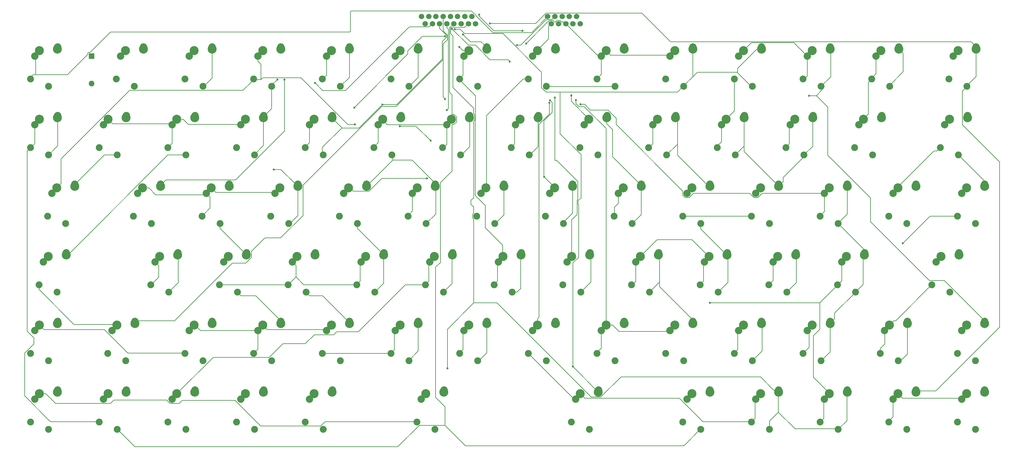
<source format=gbr>
G04 #@! TF.GenerationSoftware,KiCad,Pcbnew,8.0.4*
G04 #@! TF.CreationDate,2024-08-17T17:13:41-05:00*
G04 #@! TF.ProjectId,qwerty,71776572-7479-42e6-9b69-6361645f7063,C*
G04 #@! TF.SameCoordinates,Original*
G04 #@! TF.FileFunction,Copper,L1,Top*
G04 #@! TF.FilePolarity,Positive*
%FSLAX46Y46*%
G04 Gerber Fmt 4.6, Leading zero omitted, Abs format (unit mm)*
G04 Created by KiCad (PCBNEW 8.0.4) date 2024-08-17 17:13:41*
%MOMM*%
%LPD*%
G01*
G04 APERTURE LIST*
G04 #@! TA.AperFunction,ComponentPad*
%ADD10R,1.600000X1.600000*%
G04 #@! TD*
G04 #@! TA.AperFunction,ComponentPad*
%ADD11O,1.600000X1.600000*%
G04 #@! TD*
G04 #@! TA.AperFunction,ComponentPad*
%ADD12C,1.900000*%
G04 #@! TD*
G04 #@! TA.AperFunction,ComponentPad*
%ADD13C,2.500000*%
G04 #@! TD*
G04 #@! TA.AperFunction,ComponentPad*
%ADD14C,2.032000*%
G04 #@! TD*
G04 #@! TA.AperFunction,ComponentPad*
%ADD15C,1.500000*%
G04 #@! TD*
G04 #@! TA.AperFunction,ComponentPad*
%ADD16C,1.524000*%
G04 #@! TD*
G04 #@! TA.AperFunction,ViaPad*
%ADD17C,0.600000*%
G04 #@! TD*
G04 #@! TA.AperFunction,Conductor*
%ADD18C,0.140000*%
G04 #@! TD*
G04 APERTURE END LIST*
D10*
X98000000Y-85500000D03*
D11*
X98000000Y-93120000D03*
D12*
X157462500Y-151075000D03*
D13*
X159962500Y-140675000D03*
D14*
X160002500Y-140095000D03*
D12*
X152462500Y-148975000D03*
D14*
X153652500Y-142635000D03*
D13*
X154962500Y-141175000D03*
D12*
X205087500Y-170125000D03*
D13*
X207587500Y-159725000D03*
D14*
X207627500Y-159145000D03*
D12*
X200087500Y-168025000D03*
D14*
X201277500Y-161685000D03*
D13*
X202587500Y-160225000D03*
D12*
X338437500Y-112975000D03*
D13*
X340937500Y-102575000D03*
D14*
X340977500Y-101995000D03*
D12*
X333437500Y-110875000D03*
D14*
X334627500Y-104535000D03*
D13*
X335937500Y-103075000D03*
D12*
X343200000Y-132025000D03*
D13*
X345700000Y-121625000D03*
D14*
X345740000Y-121045000D03*
D12*
X338200000Y-129925000D03*
D14*
X339390000Y-123585000D03*
D13*
X340700000Y-122125000D03*
D12*
X166987500Y-170125000D03*
D13*
X169487500Y-159725000D03*
D14*
X169527500Y-159145000D03*
D12*
X161987500Y-168025000D03*
D14*
X163177500Y-161685000D03*
D13*
X164487500Y-160225000D03*
D12*
X88406250Y-151075000D03*
D13*
X90906250Y-140675000D03*
D14*
X90946250Y-140095000D03*
D12*
X83406250Y-148975000D03*
D14*
X84596250Y-142635000D03*
D13*
X85906250Y-141175000D03*
D12*
X324150000Y-132025000D03*
D13*
X326650000Y-121625000D03*
D14*
X326690000Y-121045000D03*
D12*
X319150000Y-129925000D03*
D14*
X320340000Y-123585000D03*
D13*
X321650000Y-122125000D03*
D12*
X300337500Y-93925000D03*
D13*
X302837500Y-83525000D03*
D14*
X302877500Y-82945000D03*
D12*
X295337500Y-91825000D03*
D14*
X296527500Y-85485000D03*
D13*
X297837500Y-84025000D03*
D12*
X176512500Y-151075000D03*
D13*
X179012500Y-140675000D03*
D14*
X179052500Y-140095000D03*
D12*
X171512500Y-148975000D03*
D14*
X172702500Y-142635000D03*
D13*
X174012500Y-141175000D03*
D12*
X262237500Y-170125000D03*
D13*
X264737500Y-159725000D03*
D14*
X264777500Y-159145000D03*
D12*
X257237500Y-168025000D03*
D14*
X258427500Y-161685000D03*
D13*
X259737500Y-160225000D03*
D12*
X86025000Y-189175000D03*
D13*
X88525000Y-178775000D03*
D14*
X88565000Y-178195000D03*
D12*
X81025000Y-187075000D03*
D14*
X82215000Y-180735000D03*
D13*
X83525000Y-179275000D03*
D12*
X319387500Y-93925000D03*
D13*
X321887500Y-83525000D03*
D14*
X321927500Y-82945000D03*
D12*
X314387500Y-91825000D03*
D14*
X315577500Y-85485000D03*
D13*
X316887500Y-84025000D03*
D12*
X305100000Y-189175000D03*
D13*
X307600000Y-178775000D03*
D14*
X307640000Y-178195000D03*
D12*
X300100000Y-187075000D03*
D14*
X301290000Y-180735000D03*
D13*
X302600000Y-179275000D03*
D12*
X152700000Y-132025000D03*
D13*
X155200000Y-121625000D03*
D14*
X155240000Y-121045000D03*
D12*
X147700000Y-129925000D03*
D14*
X148890000Y-123585000D03*
D13*
X150200000Y-122125000D03*
D12*
X238425000Y-112975000D03*
D13*
X240925000Y-102575000D03*
D14*
X240965000Y-101995000D03*
D12*
X233425000Y-110875000D03*
D14*
X234615000Y-104535000D03*
D13*
X235925000Y-103075000D03*
D12*
X162225000Y-189175000D03*
D13*
X164725000Y-178775000D03*
D14*
X164765000Y-178195000D03*
D12*
X157225000Y-187075000D03*
D14*
X158415000Y-180735000D03*
D13*
X159725000Y-179275000D03*
D12*
X336056250Y-151075000D03*
D13*
X338556250Y-140675000D03*
D14*
X338596250Y-140095000D03*
D12*
X331056250Y-148975000D03*
D14*
X332246250Y-142635000D03*
D13*
X333556250Y-141175000D03*
D12*
X314625000Y-112975000D03*
D13*
X317125000Y-102575000D03*
D14*
X317165000Y-101995000D03*
D12*
X309625000Y-110875000D03*
D14*
X310815000Y-104535000D03*
D13*
X312125000Y-103075000D03*
D12*
X343200000Y-170125000D03*
D13*
X345700000Y-159725000D03*
D14*
X345740000Y-159145000D03*
D12*
X338200000Y-168025000D03*
D14*
X339390000Y-161685000D03*
D13*
X340700000Y-160225000D03*
D12*
X124125000Y-189175000D03*
D13*
X126625000Y-178775000D03*
D14*
X126665000Y-178195000D03*
D12*
X119125000Y-187075000D03*
D14*
X120315000Y-180735000D03*
D13*
X121625000Y-179275000D03*
D12*
X252712500Y-151075000D03*
D13*
X255212500Y-140675000D03*
D14*
X255252500Y-140095000D03*
D12*
X247712500Y-148975000D03*
D14*
X248902500Y-142635000D03*
D13*
X250212500Y-141175000D03*
D12*
X162225000Y-112975000D03*
D13*
X164725000Y-102575000D03*
D14*
X164765000Y-101995000D03*
D12*
X157225000Y-110875000D03*
D14*
X158415000Y-104535000D03*
D13*
X159725000Y-103075000D03*
D12*
X128887500Y-93925000D03*
D13*
X131387500Y-83525000D03*
D14*
X131427500Y-82945000D03*
D12*
X123887500Y-91825000D03*
D14*
X125077500Y-85485000D03*
D13*
X126387500Y-84025000D03*
D12*
X147937500Y-93925000D03*
D13*
X150437500Y-83525000D03*
D14*
X150477500Y-82945000D03*
D12*
X142937500Y-91825000D03*
D14*
X144127500Y-85485000D03*
D13*
X145437500Y-84025000D03*
D12*
X166987500Y-93925000D03*
D13*
X169487500Y-83525000D03*
D14*
X169527500Y-82945000D03*
D12*
X161987500Y-91825000D03*
D14*
X163177500Y-85485000D03*
D13*
X164487500Y-84025000D03*
D12*
X186037500Y-93925000D03*
D13*
X188537500Y-83525000D03*
D14*
X188577500Y-82945000D03*
D12*
X181037500Y-91825000D03*
D14*
X182227500Y-85485000D03*
D13*
X183537500Y-84025000D03*
D12*
X205087500Y-93925000D03*
D13*
X207587500Y-83525000D03*
D14*
X207627500Y-82945000D03*
D12*
X200087500Y-91825000D03*
D14*
X201277500Y-85485000D03*
D13*
X202587500Y-84025000D03*
D12*
X224137500Y-93925000D03*
D13*
X226637500Y-83525000D03*
D14*
X226677500Y-82945000D03*
D12*
X219137500Y-91825000D03*
D14*
X220327500Y-85485000D03*
D13*
X221637500Y-84025000D03*
D12*
X243187500Y-93925000D03*
D13*
X245687500Y-83525000D03*
D14*
X245727500Y-82945000D03*
D12*
X238187500Y-91825000D03*
D14*
X239377500Y-85485000D03*
D13*
X240687500Y-84025000D03*
D12*
X86025000Y-170125000D03*
D13*
X88525000Y-159725000D03*
D14*
X88565000Y-159145000D03*
D12*
X81025000Y-168025000D03*
D14*
X82215000Y-161685000D03*
D13*
X83525000Y-160225000D03*
D12*
X119362500Y-151075000D03*
D13*
X121862500Y-140675000D03*
D14*
X121902500Y-140095000D03*
D12*
X114362500Y-148975000D03*
D14*
X115552500Y-142635000D03*
D13*
X116862500Y-141175000D03*
D12*
X109837500Y-93925000D03*
D13*
X112337500Y-83525000D03*
D14*
X112377500Y-82945000D03*
D12*
X104837500Y-91825000D03*
D14*
X106027500Y-85485000D03*
D13*
X107337500Y-84025000D03*
D12*
X195562500Y-151075000D03*
D13*
X198062500Y-140675000D03*
D14*
X198102500Y-140095000D03*
D12*
X190562500Y-148975000D03*
D14*
X191752500Y-142635000D03*
D13*
X193062500Y-141175000D03*
D12*
X86025000Y-112975000D03*
D13*
X88525000Y-102575000D03*
D14*
X88565000Y-101995000D03*
D12*
X81025000Y-110875000D03*
D14*
X82215000Y-104535000D03*
D13*
X83525000Y-103075000D03*
D12*
X214612500Y-151075000D03*
D13*
X217112500Y-140675000D03*
D14*
X217152500Y-140095000D03*
D12*
X209612500Y-148975000D03*
D14*
X210802500Y-142635000D03*
D13*
X212112500Y-141175000D03*
D12*
X143175000Y-189175000D03*
D13*
X145675000Y-178775000D03*
D14*
X145715000Y-178195000D03*
D12*
X138175000Y-187075000D03*
D14*
X139365000Y-180735000D03*
D13*
X140675000Y-179275000D03*
D12*
X295575000Y-112975000D03*
D13*
X298075000Y-102575000D03*
D14*
X298115000Y-101995000D03*
D12*
X290575000Y-110875000D03*
D14*
X291765000Y-104535000D03*
D13*
X293075000Y-103075000D03*
D12*
X247950000Y-132025000D03*
D13*
X250450000Y-121625000D03*
D14*
X250490000Y-121045000D03*
D12*
X242950000Y-129925000D03*
D14*
X244140000Y-123585000D03*
D13*
X245450000Y-122125000D03*
D12*
X233662500Y-151075000D03*
D13*
X236162500Y-140675000D03*
D14*
X236202500Y-140095000D03*
D12*
X228662500Y-148975000D03*
D14*
X229852500Y-142635000D03*
D13*
X231162500Y-141175000D03*
D12*
X181275000Y-112975000D03*
D13*
X183775000Y-102575000D03*
D14*
X183815000Y-101995000D03*
D12*
X176275000Y-110875000D03*
D14*
X177465000Y-104535000D03*
D13*
X178775000Y-103075000D03*
D12*
X309862500Y-151075000D03*
D13*
X312362500Y-140675000D03*
D14*
X312402500Y-140095000D03*
D12*
X304862500Y-148975000D03*
D14*
X306052500Y-142635000D03*
D13*
X307362500Y-141175000D03*
D12*
X86025000Y-93925000D03*
D13*
X88525000Y-83525000D03*
D14*
X88565000Y-82945000D03*
D12*
X81025000Y-91825000D03*
D14*
X82215000Y-85485000D03*
D13*
X83525000Y-84025000D03*
D12*
X286050000Y-189175000D03*
D13*
X288550000Y-178775000D03*
D14*
X288590000Y-178195000D03*
D12*
X281050000Y-187075000D03*
D14*
X282240000Y-180735000D03*
D13*
X283550000Y-179275000D03*
D12*
X105075000Y-189175000D03*
D13*
X107575000Y-178775000D03*
D14*
X107615000Y-178195000D03*
D12*
X100075000Y-187075000D03*
D14*
X101265000Y-180735000D03*
D13*
X102575000Y-179275000D03*
D12*
X107456250Y-170125000D03*
D13*
X109956250Y-159725000D03*
D14*
X109996250Y-159145000D03*
D12*
X102456250Y-168025000D03*
D14*
X103646250Y-161685000D03*
D13*
X104956250Y-160225000D03*
D12*
X193181250Y-189175000D03*
D13*
X195681250Y-178775000D03*
D14*
X195721250Y-178195000D03*
D12*
X188181250Y-187075000D03*
D14*
X189371250Y-180735000D03*
D13*
X190681250Y-179275000D03*
D12*
X243187500Y-170125000D03*
D13*
X245687500Y-159725000D03*
D14*
X245727500Y-159145000D03*
D12*
X238187500Y-168025000D03*
D14*
X239377500Y-161685000D03*
D13*
X240687500Y-160225000D03*
D12*
X224137500Y-170125000D03*
D13*
X226637500Y-159725000D03*
D14*
X226677500Y-159145000D03*
D12*
X219137500Y-168025000D03*
D14*
X220327500Y-161685000D03*
D13*
X221637500Y-160225000D03*
D12*
X257475000Y-112975000D03*
D13*
X259975000Y-102575000D03*
D14*
X260015000Y-101995000D03*
D12*
X252475000Y-110875000D03*
D14*
X253665000Y-104535000D03*
D13*
X254975000Y-103075000D03*
D12*
X267000000Y-132025000D03*
D13*
X269500000Y-121625000D03*
D14*
X269540000Y-121045000D03*
D12*
X262000000Y-129925000D03*
D14*
X263190000Y-123585000D03*
D13*
X264500000Y-122125000D03*
D12*
X236043750Y-189175000D03*
D13*
X238543750Y-178775000D03*
D14*
X238583750Y-178195000D03*
D12*
X231043750Y-187075000D03*
D14*
X232233750Y-180735000D03*
D13*
X233543750Y-179275000D03*
D12*
X290812500Y-151075000D03*
D13*
X293312500Y-140675000D03*
D14*
X293352500Y-140095000D03*
D12*
X285812500Y-148975000D03*
D14*
X287002500Y-142635000D03*
D13*
X288312500Y-141175000D03*
D12*
X105075000Y-112975000D03*
D13*
X107575000Y-102575000D03*
D14*
X107615000Y-101995000D03*
D12*
X100075000Y-110875000D03*
D14*
X101265000Y-104535000D03*
D13*
X102575000Y-103075000D03*
D12*
X286050000Y-132025000D03*
D13*
X288550000Y-121625000D03*
D14*
X288590000Y-121045000D03*
D12*
X281050000Y-129925000D03*
D14*
X282240000Y-123585000D03*
D13*
X283550000Y-122125000D03*
D12*
X281287500Y-170125000D03*
D13*
X283787500Y-159725000D03*
D14*
X283827500Y-159145000D03*
D12*
X276287500Y-168025000D03*
D14*
X277477500Y-161685000D03*
D13*
X278787500Y-160225000D03*
D12*
X262237500Y-93925000D03*
D13*
X264737500Y-83525000D03*
D14*
X264777500Y-82945000D03*
D12*
X257237500Y-91825000D03*
D14*
X258427500Y-85485000D03*
D13*
X259737500Y-84025000D03*
D12*
X114600000Y-132025000D03*
D13*
X117100000Y-121625000D03*
D14*
X117140000Y-121045000D03*
D12*
X109600000Y-129925000D03*
D14*
X110790000Y-123585000D03*
D13*
X112100000Y-122125000D03*
D12*
X171750000Y-132025000D03*
D13*
X174250000Y-121625000D03*
D14*
X174290000Y-121045000D03*
D12*
X166750000Y-129925000D03*
D14*
X167940000Y-123585000D03*
D13*
X169250000Y-122125000D03*
D12*
X343200000Y-189175000D03*
D13*
X345700000Y-178775000D03*
D14*
X345740000Y-178195000D03*
D12*
X338200000Y-187075000D03*
D14*
X339390000Y-180735000D03*
D13*
X340700000Y-179275000D03*
D12*
X267000000Y-189175000D03*
D13*
X269500000Y-178775000D03*
D14*
X269540000Y-178195000D03*
D12*
X262000000Y-187075000D03*
D14*
X263190000Y-180735000D03*
D13*
X264500000Y-179275000D03*
D12*
X305100000Y-132025000D03*
D13*
X307600000Y-121625000D03*
D14*
X307640000Y-121045000D03*
D12*
X300100000Y-129925000D03*
D14*
X301290000Y-123585000D03*
D13*
X302600000Y-122125000D03*
D12*
X90787500Y-132025000D03*
D13*
X93287500Y-121625000D03*
D14*
X93327500Y-121045000D03*
D12*
X85787500Y-129925000D03*
D14*
X86977500Y-123585000D03*
D13*
X88287500Y-122125000D03*
D12*
X138412500Y-151075000D03*
D13*
X140912500Y-140675000D03*
D14*
X140952500Y-140095000D03*
D12*
X133412500Y-148975000D03*
D14*
X134602500Y-142635000D03*
D13*
X135912500Y-141175000D03*
D12*
X340818750Y-93925000D03*
D13*
X343318750Y-83525000D03*
D14*
X343358750Y-82945000D03*
D12*
X335818750Y-91825000D03*
D14*
X337008750Y-85485000D03*
D13*
X338318750Y-84025000D03*
D12*
X219375000Y-112975000D03*
D13*
X221875000Y-102575000D03*
D14*
X221915000Y-101995000D03*
D12*
X214375000Y-110875000D03*
D14*
X215565000Y-104535000D03*
D13*
X216875000Y-103075000D03*
D12*
X200325000Y-112975000D03*
D13*
X202825000Y-102575000D03*
D14*
X202865000Y-101995000D03*
D12*
X195325000Y-110875000D03*
D14*
X196515000Y-104535000D03*
D13*
X197825000Y-103075000D03*
D12*
X300337500Y-170125000D03*
D13*
X302837500Y-159725000D03*
D14*
X302877500Y-159145000D03*
D12*
X295337500Y-168025000D03*
D14*
X296527500Y-161685000D03*
D13*
X297837500Y-160225000D03*
D12*
X281287500Y-93925000D03*
D13*
X283787500Y-83525000D03*
D14*
X283827500Y-82945000D03*
D12*
X276287500Y-91825000D03*
D14*
X277477500Y-85485000D03*
D13*
X278787500Y-84025000D03*
D12*
X190800000Y-132025000D03*
D13*
X193300000Y-121625000D03*
D14*
X193340000Y-121045000D03*
D12*
X185800000Y-129925000D03*
D14*
X186990000Y-123585000D03*
D13*
X188300000Y-122125000D03*
D12*
X321768750Y-170125000D03*
D13*
X324268750Y-159725000D03*
D14*
X324308750Y-159145000D03*
D12*
X316768750Y-168025000D03*
D14*
X317958750Y-161685000D03*
D13*
X319268750Y-160225000D03*
D12*
X143175000Y-112975000D03*
D13*
X145675000Y-102575000D03*
D14*
X145715000Y-101995000D03*
D12*
X138175000Y-110875000D03*
D14*
X139365000Y-104535000D03*
D13*
X140675000Y-103075000D03*
D12*
X124125000Y-112975000D03*
D13*
X126625000Y-102575000D03*
D14*
X126665000Y-101995000D03*
D12*
X119125000Y-110875000D03*
D14*
X120315000Y-104535000D03*
D13*
X121625000Y-103075000D03*
D12*
X228900000Y-132025000D03*
D13*
X231400000Y-121625000D03*
D14*
X231440000Y-121045000D03*
D12*
X223900000Y-129925000D03*
D14*
X225090000Y-123585000D03*
D13*
X226400000Y-122125000D03*
D12*
X324150000Y-189175000D03*
D13*
X326650000Y-178775000D03*
D14*
X326690000Y-178195000D03*
D12*
X319150000Y-187075000D03*
D14*
X320340000Y-180735000D03*
D13*
X321650000Y-179275000D03*
D12*
X186037500Y-170125000D03*
D13*
X188537500Y-159725000D03*
D14*
X188577500Y-159145000D03*
D12*
X181037500Y-168025000D03*
D14*
X182227500Y-161685000D03*
D13*
X183537500Y-160225000D03*
D12*
X133650000Y-132025000D03*
D13*
X136150000Y-121625000D03*
D14*
X136190000Y-121045000D03*
D12*
X128650000Y-129925000D03*
D14*
X129840000Y-123585000D03*
D13*
X131150000Y-122125000D03*
D12*
X147937500Y-170125000D03*
D13*
X150437500Y-159725000D03*
D14*
X150477500Y-159145000D03*
D12*
X142937500Y-168025000D03*
D14*
X144127500Y-161685000D03*
D13*
X145437500Y-160225000D03*
D12*
X209850000Y-132025000D03*
D13*
X212350000Y-121625000D03*
D14*
X212390000Y-121045000D03*
D12*
X204850000Y-129925000D03*
D14*
X206040000Y-123585000D03*
D13*
X207350000Y-122125000D03*
D12*
X128887500Y-170125000D03*
D13*
X131387500Y-159725000D03*
D14*
X131427500Y-159145000D03*
D12*
X123887500Y-168025000D03*
D14*
X125077500Y-161685000D03*
D13*
X126387500Y-160225000D03*
D12*
X276525000Y-112975000D03*
D13*
X279025000Y-102575000D03*
D14*
X279065000Y-101995000D03*
D12*
X271525000Y-110875000D03*
D14*
X272715000Y-104535000D03*
D13*
X274025000Y-103075000D03*
D12*
X271762500Y-151075000D03*
D13*
X274262500Y-140675000D03*
D14*
X274302500Y-140095000D03*
D12*
X266762500Y-148975000D03*
D14*
X267952500Y-142635000D03*
D13*
X269262500Y-141175000D03*
D15*
X189500000Y-74500000D03*
X190500000Y-76500000D03*
X191500000Y-74500000D03*
X192500000Y-76500000D03*
X193500000Y-74500000D03*
X194500000Y-76500000D03*
X195500000Y-74500000D03*
X196500000Y-76500000D03*
X197500000Y-74500000D03*
X198500000Y-76500000D03*
X199500000Y-74500000D03*
X200500000Y-76500000D03*
X201500000Y-74500000D03*
X202500000Y-76500000D03*
X203500000Y-74500000D03*
X204500000Y-76500000D03*
D16*
X224500000Y-74500000D03*
D15*
X225500000Y-76500000D03*
X226500000Y-74500000D03*
X227500000Y-76500000D03*
X228500000Y-74500000D03*
X229500000Y-76500000D03*
X230500000Y-74500000D03*
X231500000Y-76500000D03*
X232500000Y-74500000D03*
X233500000Y-76500000D03*
D17*
X198732754Y-78065231D03*
X231496599Y-171727849D03*
X149500000Y-92000000D03*
X148500000Y-117000000D03*
X159947001Y-92947001D03*
X151500000Y-92000000D03*
X178628606Y-99000000D03*
X196027990Y-97407029D03*
X196500000Y-100500000D03*
X201000000Y-79500000D03*
X205500000Y-74000000D03*
X217500000Y-78451992D03*
X198000000Y-78000000D03*
X214000000Y-87000000D03*
X297000000Y-96500000D03*
X196666238Y-172166238D03*
X208447291Y-76461018D03*
X196000000Y-80000000D03*
X170833762Y-99833762D03*
X233583762Y-98916238D03*
X171000000Y-104500000D03*
X200000000Y-83000000D03*
X216000000Y-82500000D03*
X269500000Y-154000000D03*
X226500000Y-97000000D03*
X323000000Y-137500000D03*
X191000000Y-119500000D03*
X223500000Y-119000000D03*
X225118330Y-97780247D03*
X218500000Y-82000000D03*
X183500000Y-105000000D03*
X231027990Y-96416238D03*
X192000000Y-109000000D03*
X232333762Y-97666238D03*
X224998764Y-98472002D03*
D18*
X231496599Y-171727849D02*
X231496599Y-142945463D01*
X227972001Y-95500000D02*
X260500000Y-95500000D01*
X199157018Y-78065231D02*
X198732754Y-78065231D01*
X212074875Y-79273439D02*
X201472001Y-79273439D01*
X277230401Y-88876565D02*
X282606966Y-83500000D01*
X277230401Y-89769599D02*
X277230401Y-88876565D01*
X233742011Y-124849095D02*
X233742011Y-112852573D01*
X231496599Y-142945463D02*
X233064012Y-141378050D01*
X233064012Y-126722906D02*
X232957099Y-126615993D01*
X264737500Y-83525000D02*
X264737500Y-91262500D01*
X233742011Y-112852573D02*
X227972001Y-107082563D01*
X232957099Y-126615993D02*
X232957099Y-125634007D01*
X232957099Y-125634007D02*
X233742011Y-124849095D01*
X227972001Y-107082563D02*
X227972001Y-95500000D01*
X224051938Y-95500000D02*
X227972001Y-95500000D01*
X233064012Y-141378050D02*
X233064012Y-126722906D01*
X260500000Y-95500000D02*
X262000000Y-94000000D01*
X264737500Y-91262500D02*
X262500000Y-93500000D01*
X222801436Y-90000000D02*
X222801436Y-94249498D01*
X222801436Y-90000000D02*
X212074875Y-79273439D01*
X282606966Y-83500000D02*
X283500000Y-83500000D01*
X277000000Y-90000000D02*
X277230401Y-89769599D01*
X266000000Y-90000000D02*
X277000000Y-90000000D01*
X200263793Y-78065231D02*
X199157018Y-78065231D01*
X338437500Y-112975000D02*
X346000000Y-120537500D01*
X238543750Y-178775000D02*
X231496599Y-171727849D01*
X277000000Y-90000000D02*
X281000000Y-94000000D01*
X264737500Y-91262500D02*
X266000000Y-90000000D01*
X188577500Y-82945000D02*
X188577500Y-91422500D01*
X222801436Y-94249498D02*
X224051938Y-95500000D01*
X201472001Y-79273439D02*
X200263793Y-78065231D01*
X188577500Y-91422500D02*
X186000000Y-94000000D01*
X131427500Y-82945000D02*
X131427500Y-91572500D01*
X162024999Y-152024999D02*
X169500000Y-159500000D01*
X150500000Y-117000000D02*
X154500000Y-121000000D01*
X157462500Y-151075000D02*
X158412499Y-152024999D01*
X166987500Y-93925000D02*
X169500000Y-91412500D01*
X169500000Y-91412500D02*
X169500000Y-83500000D01*
X149500000Y-92000000D02*
X148000000Y-93500000D01*
X145675000Y-102575000D02*
X145675000Y-110325000D01*
X148000000Y-93500000D02*
X147500000Y-94000000D01*
X145675000Y-110325000D02*
X143000000Y-113000000D01*
X148500000Y-117000000D02*
X150500000Y-117000000D01*
X131427500Y-91572500D02*
X129000000Y-94000000D01*
X158412499Y-152024999D02*
X162024999Y-152024999D01*
X155240000Y-129760000D02*
X153000000Y-132000000D01*
X155240000Y-121045000D02*
X155240000Y-129760000D01*
X147937500Y-93925000D02*
X147937500Y-100062500D01*
X147937500Y-100062500D02*
X146000000Y-102000000D01*
X168452999Y-95047001D02*
X162047001Y-95047001D01*
X119145438Y-112975000D02*
X92120438Y-140000000D01*
X139362499Y-152024999D02*
X143524999Y-152024999D01*
X160247000Y-93247000D02*
X159947001Y-92947001D01*
X143524999Y-152024999D02*
X150500000Y-159000000D01*
X191577999Y-77422001D02*
X186077999Y-77422001D01*
X138412500Y-151075000D02*
X139362499Y-152024999D01*
X124125000Y-112975000D02*
X119145438Y-112975000D01*
X162047001Y-95047001D02*
X160247000Y-93247000D01*
X186077999Y-77422001D02*
X168452999Y-95047001D01*
X92120438Y-140000000D02*
X91500000Y-140000000D01*
X133650000Y-133368502D02*
X140781498Y-140500000D01*
X133650000Y-132025000D02*
X133650000Y-133368502D01*
X192500000Y-76500000D02*
X191577999Y-77422001D01*
X151500000Y-92424264D02*
X151500000Y-92000000D01*
X101525000Y-112975000D02*
X94000000Y-120500000D01*
X88565000Y-101995000D02*
X88565000Y-110435000D01*
X137953563Y-119856999D02*
X151500000Y-106310562D01*
X151500000Y-106310562D02*
X151500000Y-92424264D01*
X118643001Y-119856999D02*
X137953563Y-119856999D01*
X117000000Y-121500000D02*
X118643001Y-119856999D01*
X105075000Y-112975000D02*
X101525000Y-112975000D01*
X88565000Y-110435000D02*
X85500000Y-113500000D01*
X119362500Y-151075000D02*
X122000000Y-148437500D01*
X122000000Y-148437500D02*
X122000000Y-141000000D01*
X207627500Y-159145000D02*
X207627500Y-167872500D01*
X198000000Y-148637500D02*
X198000000Y-141500000D01*
X172128606Y-105500000D02*
X167500000Y-105500000D01*
X195249999Y-86373063D02*
X182623062Y-99000000D01*
X190800000Y-132025000D02*
X193500000Y-129325000D01*
X179052870Y-99000000D02*
X178628606Y-99000000D01*
X181500000Y-114375000D02*
X186875000Y-114375000D01*
X171750000Y-133368502D02*
X178881498Y-140500000D01*
X171750000Y-132025000D02*
X171750000Y-133368502D01*
X195562500Y-151075000D02*
X198000000Y-148637500D01*
X167500000Y-105500000D02*
X167366106Y-105500000D01*
X196472002Y-80226562D02*
X195249999Y-81448565D01*
X179000000Y-148587500D02*
X179000000Y-141500000D01*
X174250000Y-121625000D02*
X181500000Y-114375000D01*
X181500000Y-114375000D02*
X181500000Y-113000000D01*
X193500000Y-129325000D02*
X193500000Y-122000000D01*
X194500000Y-76500000D02*
X194500000Y-77801436D01*
X182623062Y-99000000D02*
X179052870Y-99000000D01*
X196472002Y-79773438D02*
X196472002Y-80226562D01*
X167500000Y-105500000D02*
X165000000Y-103000000D01*
X186875000Y-114375000D02*
X193500000Y-121000000D01*
X188577500Y-159145000D02*
X188577500Y-167422500D01*
X207627500Y-167872500D02*
X205500000Y-170000000D01*
X162000000Y-110866106D02*
X162000000Y-113000000D01*
X194500000Y-77801436D02*
X196472002Y-79773438D01*
X188577500Y-167422500D02*
X186000000Y-170000000D01*
X195249999Y-81448565D02*
X195249999Y-86373063D01*
X167366106Y-105500000D02*
X162000000Y-110866106D01*
X176512500Y-151075000D02*
X179000000Y-148587500D01*
X178628606Y-99000000D02*
X172128606Y-105500000D01*
X142334501Y-141357561D02*
X140682963Y-143009099D01*
X137012295Y-143009099D02*
X121021394Y-159000000D01*
X195500000Y-86465317D02*
X182493316Y-99472001D01*
X195500000Y-82128606D02*
X195500000Y-86465317D01*
X195727991Y-97107030D02*
X196027990Y-97407029D01*
X121021394Y-159000000D02*
X110000000Y-159000000D01*
X195500000Y-78459181D02*
X196714013Y-79673194D01*
X156622001Y-121348859D02*
X156622001Y-129763561D01*
X150385562Y-136000000D02*
X146030534Y-136000000D01*
X196714013Y-80914593D02*
X195500000Y-82128606D01*
X140682963Y-143009099D02*
X137012295Y-143009099D01*
X142334501Y-139696033D02*
X142334501Y-141357561D01*
X196714013Y-79673194D02*
X196714013Y-80914593D01*
X324268750Y-168231250D02*
X322500000Y-170000000D01*
X146030534Y-136000000D02*
X142334501Y-139696033D01*
X324268750Y-159725000D02*
X324268750Y-168231250D01*
X182493316Y-99472001D02*
X178498859Y-99472001D01*
X195500000Y-82128606D02*
X195500000Y-96879039D01*
X195500000Y-96879039D02*
X195727991Y-97107030D01*
X195500000Y-74500000D02*
X195500000Y-78459181D01*
X156622001Y-129763561D02*
X150385562Y-136000000D01*
X178498859Y-99472001D02*
X156622001Y-121348859D01*
X212350000Y-121625000D02*
X212350000Y-129650000D01*
X221875000Y-102575000D02*
X221875000Y-110625000D01*
X217000000Y-150031002D02*
X217000000Y-141000000D01*
X196956024Y-78016684D02*
X196956024Y-100043976D01*
X215956002Y-151075000D02*
X217000000Y-150031002D01*
X231400000Y-121625000D02*
X231400000Y-129100000D01*
X196956024Y-100043976D02*
X196799999Y-100200001D01*
X233662500Y-151075000D02*
X236500000Y-148237500D01*
X221875000Y-110625000D02*
X219500000Y-113000000D01*
X196500000Y-77560660D02*
X196956024Y-78016684D01*
X202865000Y-110635000D02*
X200500000Y-113000000D01*
X236500000Y-148237500D02*
X236500000Y-141000000D01*
X196799999Y-100200001D02*
X196500000Y-100500000D01*
X214612500Y-151075000D02*
X215956002Y-151075000D01*
X231400000Y-129100000D02*
X228500000Y-132000000D01*
X202865000Y-101995000D02*
X202865000Y-110635000D01*
X212350000Y-129650000D02*
X210000000Y-132000000D01*
X196500000Y-76500000D02*
X196500000Y-77560660D01*
X201000000Y-79500000D02*
X203000000Y-81500000D01*
X255500000Y-148287500D02*
X255500000Y-149500000D01*
X206000000Y-81500000D02*
X207000000Y-82500000D01*
X240925000Y-104342766D02*
X242482099Y-105899865D01*
X255500000Y-148287500D02*
X255500000Y-141000000D01*
X203000000Y-81500000D02*
X206000000Y-81500000D01*
X250450000Y-129550000D02*
X248000000Y-132000000D01*
X255500000Y-149500000D02*
X264500000Y-158500000D01*
X242482099Y-105899865D02*
X242482099Y-113482099D01*
X242482099Y-113482099D02*
X250500000Y-121500000D01*
X250450000Y-121625000D02*
X250450000Y-129550000D01*
X240925000Y-102575000D02*
X240925000Y-104342766D01*
X252712500Y-151075000D02*
X255500000Y-148287500D01*
X199247001Y-102392439D02*
X199247001Y-103757561D01*
X197285987Y-77673194D02*
X197285987Y-95587423D01*
X188900000Y-188016812D02*
X182916812Y-194000000D01*
X201679089Y-193695901D02*
X262304099Y-193695901D01*
X192619649Y-188004999D02*
X192607836Y-188016812D01*
X196000000Y-182888216D02*
X196000000Y-188016812D01*
X193396599Y-180284815D02*
X196000000Y-182888216D01*
X194722001Y-120668759D02*
X194722001Y-142809965D01*
X196000000Y-188016812D02*
X193754664Y-188016812D01*
X197972002Y-96273438D02*
X197972002Y-101652999D01*
X197972002Y-101652999D02*
X198507561Y-101652999D01*
X197285987Y-95587423D02*
X197972002Y-96273438D01*
X197972002Y-117418758D02*
X194722001Y-120668759D01*
X193742851Y-188004999D02*
X192619649Y-188004999D01*
X193754664Y-188016812D02*
X193742851Y-188004999D01*
X196000000Y-188016812D02*
X201679089Y-193695901D01*
X198507561Y-101652999D02*
X199247001Y-102392439D01*
X199247001Y-103757561D02*
X198507561Y-104497001D01*
X182916812Y-194000000D02*
X110000000Y-194000000D01*
X197972002Y-104497001D02*
X197972002Y-117418758D01*
X198500000Y-76500000D02*
X197750001Y-77249999D01*
X197750001Y-77249999D02*
X197709182Y-77249999D01*
X262304099Y-193695901D02*
X267000000Y-189000000D01*
X192607836Y-188016812D02*
X188900000Y-188016812D01*
X198507561Y-104497001D02*
X197972002Y-104497001D01*
X193396599Y-144135367D02*
X193396599Y-180284815D01*
X110000000Y-194000000D02*
X105000000Y-189000000D01*
X197709182Y-77249999D02*
X197285987Y-77673194D01*
X194722001Y-142809965D02*
X193396599Y-144135367D01*
X225556002Y-94000000D02*
X242500000Y-94000000D01*
X205500000Y-74000000D02*
X205500000Y-74424264D01*
X205500000Y-74424264D02*
X209527728Y-78451992D01*
X281287500Y-170125000D02*
X284000000Y-167412500D01*
X260500000Y-113000000D02*
X268500000Y-121000000D01*
X271762500Y-151075000D02*
X274500000Y-148337500D01*
X209527728Y-78451992D02*
X217075736Y-78451992D01*
X260500000Y-109950000D02*
X260500000Y-113000000D01*
X267000000Y-133500000D02*
X273500000Y-140000000D01*
X260500000Y-109950000D02*
X260500000Y-103000000D01*
X217075736Y-78451992D02*
X217500000Y-78451992D01*
X257475000Y-112975000D02*
X260500000Y-109950000D01*
X267000000Y-132025000D02*
X267000000Y-133500000D01*
X224137500Y-93925000D02*
X225481002Y-93925000D01*
X274500000Y-148337500D02*
X274500000Y-141000000D01*
X284000000Y-167412500D02*
X284000000Y-160500000D01*
X225481002Y-93925000D02*
X225556002Y-94000000D01*
X279000000Y-110500000D02*
X279000000Y-112000000D01*
X202500000Y-82500000D02*
X204500000Y-82500000D01*
X198000000Y-78000000D02*
X202500000Y-82500000D01*
X213500000Y-86500000D02*
X213700001Y-86700001D01*
X295575000Y-112975000D02*
X298000000Y-110550000D01*
X289799999Y-120375001D02*
X289799999Y-119200001D01*
X302877500Y-159145000D02*
X302877500Y-167622500D01*
X289799999Y-119200001D02*
X295500000Y-113500000D01*
X304087499Y-156912501D02*
X310000000Y-151000000D01*
X302837500Y-159725000D02*
X304087499Y-158475001D01*
X312028401Y-148909099D02*
X312028401Y-140528401D01*
X298000000Y-110550000D02*
X298000000Y-103000000D01*
X288550000Y-121625000D02*
X289799999Y-120375001D01*
X276525000Y-112975000D02*
X279000000Y-110500000D01*
X208500000Y-86500000D02*
X213500000Y-86500000D01*
X305100000Y-132025000D02*
X312500000Y-139425000D01*
X309862500Y-151075000D02*
X312028401Y-148909099D01*
X213700001Y-86700001D02*
X214000000Y-87000000D01*
X312028401Y-140528401D02*
X312500000Y-140056802D01*
X307600000Y-121625000D02*
X307600000Y-129400000D01*
X304087499Y-158475001D02*
X304087499Y-156912501D01*
X204500000Y-82500000D02*
X208500000Y-86500000D01*
X307600000Y-129400000D02*
X305000000Y-132000000D01*
X302877500Y-167622500D02*
X300500000Y-170000000D01*
X290812500Y-151075000D02*
X293500000Y-148387500D01*
X279000000Y-110500000D02*
X279000000Y-103000000D01*
X279000000Y-112000000D02*
X288000000Y-121000000D01*
X293500000Y-148387500D02*
X293500000Y-141500000D01*
X299023062Y-96500000D02*
X300500000Y-95023062D01*
X300337500Y-93925000D02*
X303000000Y-91262500D01*
X334494811Y-147852999D02*
X346000000Y-159358188D01*
X314041106Y-124844105D02*
X314041106Y-131500000D01*
X299023062Y-96500000D02*
X302197001Y-99673939D01*
X300500000Y-95023062D02*
X300500000Y-94000000D01*
X302197001Y-99673939D02*
X302197001Y-113000000D01*
X330394105Y-147852999D02*
X334494811Y-147852999D01*
X302197001Y-113000000D02*
X314041106Y-124844105D01*
X298000000Y-96500000D02*
X299023062Y-96500000D01*
X314041106Y-131500000D02*
X330394105Y-147852999D01*
X297000000Y-96500000D02*
X298000000Y-96500000D01*
X303000000Y-91262500D02*
X303000000Y-84500000D01*
X204000000Y-103504562D02*
X204000000Y-125002999D01*
X204000000Y-100000000D02*
X204000000Y-101371758D01*
X198214013Y-79912577D02*
X198214013Y-94214013D01*
X288590000Y-178195000D02*
X287153160Y-178195000D01*
X239226311Y-180197001D02*
X236570313Y-180197001D01*
X203227999Y-126663561D02*
X203811439Y-127247001D01*
X203811439Y-127247001D02*
X204000000Y-127247001D01*
X204000000Y-154000000D02*
X196666238Y-161333762D01*
X210373312Y-154000000D02*
X217520313Y-161147001D01*
X204000000Y-154000000D02*
X210373312Y-154000000D01*
X288500000Y-184391106D02*
X288500000Y-179000000D01*
X202500000Y-76500000D02*
X201472002Y-77527998D01*
X204053001Y-101424759D02*
X204053001Y-101698439D01*
X196666238Y-171741974D02*
X196666238Y-172166238D01*
X204000000Y-125002999D02*
X203811439Y-125002999D01*
X203727999Y-130463561D02*
X204000000Y-130735562D01*
X286050000Y-186841106D02*
X288500000Y-184391106D01*
X236570313Y-180197001D02*
X217520313Y-161147001D01*
X197773438Y-77527998D02*
X197527998Y-77773438D01*
X244829313Y-174593999D02*
X239226311Y-180197001D01*
X204000000Y-129114438D02*
X203727999Y-129386439D01*
X203227999Y-125586439D02*
X203227999Y-126663561D01*
X204000000Y-101371758D02*
X204053001Y-101424759D01*
X204000000Y-130735562D02*
X204000000Y-154000000D01*
X204000000Y-127247001D02*
X204000000Y-129114438D01*
X293108894Y-189000000D02*
X305000000Y-189000000D01*
X196666238Y-161333762D02*
X196666238Y-171741974D01*
X201472002Y-77527998D02*
X197773438Y-77527998D01*
X204053001Y-101698439D02*
X204247001Y-101892439D01*
X203727999Y-129386439D02*
X203727999Y-130463561D01*
X286050000Y-189175000D02*
X286050000Y-186841106D01*
X203811439Y-125002999D02*
X203227999Y-125586439D01*
X197527998Y-77773438D02*
X197527998Y-79226562D01*
X305100000Y-189175000D02*
X307500000Y-186775000D01*
X288500000Y-184391106D02*
X293108894Y-189000000D01*
X307500000Y-186775000D02*
X307500000Y-179000000D01*
X283552159Y-174593999D02*
X244829313Y-174593999D01*
X204247001Y-103257561D02*
X204000000Y-103504562D01*
X287153160Y-178195000D02*
X283552159Y-174593999D01*
X197527998Y-79226562D02*
X198214013Y-79912577D01*
X204247001Y-101892439D02*
X204247001Y-103257561D01*
X198214013Y-94214013D02*
X204000000Y-100000000D01*
X323137499Y-89862501D02*
X319500000Y-93500000D01*
X321887500Y-83525000D02*
X323137499Y-84774999D01*
X323137499Y-84774999D02*
X323137499Y-89862501D01*
X343500000Y-83000000D02*
X342014988Y-81514988D01*
X208871555Y-76461018D02*
X208447291Y-76461018D01*
X332130534Y-178500000D02*
X327000000Y-178500000D01*
X258540426Y-81514988D02*
X250591437Y-73565999D01*
X170833762Y-99833762D02*
X185720523Y-84947001D01*
X349822001Y-114893395D02*
X349822001Y-160808533D01*
X343318750Y-91181250D02*
X340500000Y-94000000D01*
X185720523Y-84043735D02*
X189764258Y-80000000D01*
X195575736Y-80000000D02*
X196000000Y-80000000D01*
X342014988Y-81514988D02*
X258540426Y-81514988D01*
X189764258Y-80000000D02*
X195575736Y-80000000D01*
X339515499Y-104586893D02*
X349822001Y-114893395D01*
X340818750Y-93925000D02*
X339515499Y-95228251D01*
X349822001Y-160808533D02*
X332130534Y-178500000D01*
X339515499Y-95228251D02*
X339515499Y-104586893D01*
X221156660Y-76461018D02*
X208871555Y-76461018D01*
X343318750Y-83525000D02*
X343318750Y-91181250D01*
X185720523Y-84947001D02*
X185720523Y-84043735D01*
X250591437Y-73565999D02*
X224051679Y-73565999D01*
X224051679Y-73565999D02*
X221156660Y-76461018D01*
X209314256Y-78972002D02*
X204470001Y-74127747D01*
X169622197Y-78795010D02*
X103204990Y-78795010D01*
X82500000Y-90702999D02*
X81797001Y-90702999D01*
X203342254Y-73000000D02*
X169917206Y-73000000D01*
X169795010Y-78622197D02*
X169622197Y-78795010D01*
X169795010Y-73122196D02*
X169795010Y-78622197D01*
X97023999Y-84479999D02*
X96979999Y-84523999D01*
X203872253Y-73529999D02*
X203342254Y-73000000D01*
X91297001Y-90702999D02*
X82500000Y-90702999D01*
X82500000Y-90702999D02*
X82500000Y-85500000D01*
X96979999Y-84523999D02*
X96979999Y-85020001D01*
X203965601Y-73529999D02*
X203872253Y-73529999D01*
X81797001Y-90702999D02*
X81000000Y-91500000D01*
X224500000Y-74500000D02*
X220027998Y-78972002D01*
X103204990Y-78795010D02*
X97520001Y-84479999D01*
X96979999Y-85020001D02*
X91297001Y-90702999D01*
X204470001Y-74127747D02*
X204470001Y-74034399D01*
X220027998Y-78972002D02*
X209314256Y-78972002D01*
X204470001Y-74034399D02*
X203965601Y-73529999D01*
X169917206Y-73000000D02*
X169795010Y-73122196D01*
X97520001Y-84479999D02*
X97023999Y-84479999D01*
X93087748Y-160000000D02*
X104500000Y-160000000D01*
X224750001Y-77249999D02*
X224750001Y-80749999D01*
X145000000Y-92000000D02*
X145484022Y-91515978D01*
X262001999Y-124155241D02*
X262619759Y-124773001D01*
X236332476Y-100500000D02*
X241228242Y-100500000D01*
X145000000Y-92000000D02*
X143000000Y-92000000D01*
X108545438Y-95000000D02*
X109180898Y-95000000D01*
X144127500Y-85485000D02*
X144127500Y-86921840D01*
X225500000Y-76500000D02*
X224750001Y-77249999D01*
X169028306Y-104500000D02*
X171000000Y-104500000D01*
X263760241Y-124773001D02*
X264948242Y-123585000D01*
X145484022Y-91515978D02*
X156044284Y-91515978D01*
X262619759Y-124773001D02*
X263760241Y-124773001D01*
X262001999Y-123001999D02*
X262001999Y-124155241D01*
X207500000Y-102000000D02*
X207500000Y-122500000D01*
X280481758Y-123585000D02*
X281669759Y-124773001D01*
X217675000Y-91825000D02*
X207500000Y-102000000D01*
X234748714Y-98916238D02*
X236332476Y-100500000D01*
X156044284Y-91515978D02*
X169028306Y-104500000D01*
X224750001Y-80749999D02*
X221500000Y-84000000D01*
X301290000Y-128710000D02*
X300000000Y-130000000D01*
X186990000Y-123585000D02*
X186990000Y-128510000D01*
X129449101Y-95095001D02*
X129544102Y-95000000D01*
X281669759Y-124773001D02*
X282810241Y-124773001D01*
X331675001Y-111824999D02*
X321500000Y-122000000D01*
X264948242Y-123585000D02*
X280481758Y-123585000D01*
X89537499Y-120875001D02*
X89537499Y-114007939D01*
X110494102Y-95000000D02*
X128230898Y-95000000D01*
X333437500Y-110875000D02*
X332487501Y-111824999D01*
X109180898Y-95000000D02*
X109275899Y-95095001D01*
X332487501Y-111824999D02*
X331675001Y-111824999D01*
X283998242Y-123585000D02*
X301290000Y-123585000D01*
X219137500Y-91825000D02*
X217675000Y-91825000D01*
X83406250Y-150318502D02*
X93087748Y-160000000D01*
X140000000Y-95000000D02*
X142500000Y-92500000D01*
X144127500Y-86921840D02*
X145000000Y-87794340D01*
X83406250Y-148975000D02*
X83406250Y-150318502D01*
X145000000Y-87794340D02*
X145000000Y-92000000D01*
X243500000Y-104500000D02*
X262001999Y-123001999D01*
X243500000Y-102771758D02*
X243500000Y-104500000D01*
X186990000Y-128510000D02*
X186000000Y-129500000D01*
X241228242Y-100500000D02*
X243500000Y-102771758D01*
X89537499Y-114007939D02*
X108545438Y-95000000D01*
X128230898Y-95000000D02*
X128325899Y-95095001D01*
X301290000Y-123585000D02*
X301290000Y-128710000D01*
X129544102Y-95000000D02*
X140000000Y-95000000D01*
X88287500Y-122125000D02*
X89537499Y-120875001D01*
X110399101Y-95095001D02*
X110494102Y-95000000D01*
X282810241Y-124773001D02*
X283998242Y-123585000D01*
X233583762Y-98916238D02*
X234748714Y-98916238D01*
X109275899Y-95095001D02*
X110399101Y-95095001D01*
X128325899Y-95095001D02*
X129449101Y-95095001D01*
X306052500Y-142635000D02*
X307068499Y-141619001D01*
X163177500Y-85485000D02*
X163177500Y-90822500D01*
X200087500Y-91825000D02*
X201037499Y-90875001D01*
X224859182Y-75434001D02*
X224051679Y-75434001D01*
X207158894Y-133158894D02*
X212000000Y-138000000D01*
X165947867Y-162059099D02*
X165133965Y-162873001D01*
X182227500Y-85485000D02*
X183243499Y-84469001D01*
X212000000Y-138000000D02*
X212000000Y-140500000D01*
X185000000Y-149000000D02*
X171940901Y-162059099D01*
X191752500Y-142635000D02*
X193000000Y-141387500D01*
X210562499Y-148025001D02*
X210562499Y-143062499D01*
X225664012Y-75335988D02*
X224957195Y-75335988D01*
X190562500Y-148975000D02*
X191512499Y-148025001D01*
X200000000Y-92000000D02*
X204489012Y-96489012D01*
X306052500Y-147947500D02*
X305000000Y-149000000D01*
X157260937Y-165347001D02*
X151054937Y-165347001D01*
X209612500Y-148975000D02*
X210562499Y-148025001D01*
X210802500Y-142635000D02*
X211937500Y-141500000D01*
X200000000Y-83000000D02*
X201000000Y-84000000D01*
X226500000Y-74500000D02*
X225664012Y-75335988D01*
X204382099Y-103464718D02*
X204382099Y-124223205D01*
X191512499Y-148025001D02*
X191512499Y-142987501D01*
X216985680Y-82500000D02*
X216424264Y-82500000D01*
X201337501Y-85274999D02*
X201337501Y-85337501D01*
X171940901Y-162059099D02*
X165947867Y-162059099D01*
X300000000Y-154000000D02*
X300000000Y-161356966D01*
X151054937Y-165347001D02*
X147254937Y-169147001D01*
X147254937Y-169147001D02*
X131752999Y-169147001D01*
X120315000Y-180735000D02*
X121500000Y-179550000D01*
X163177500Y-90822500D02*
X162000000Y-92000000D01*
X207158894Y-127000000D02*
X207158894Y-133158894D01*
X201037499Y-90875001D02*
X201037499Y-85537499D01*
X164193499Y-84469001D02*
X164193499Y-84306501D01*
X269500000Y-154000000D02*
X298500000Y-154000000D01*
X300000000Y-161356966D02*
X298171599Y-163185367D01*
X131752999Y-169147001D02*
X121625000Y-179275000D01*
X163177500Y-85485000D02*
X164193499Y-84469001D01*
X301049999Y-186125001D02*
X301049999Y-180549999D01*
X216424264Y-82500000D02*
X216000000Y-82500000D01*
X204489012Y-96489012D02*
X204489012Y-103357805D01*
X183243499Y-84469001D02*
X183243499Y-84256501D01*
X159734937Y-162873001D02*
X157260937Y-165347001D01*
X298171599Y-163185367D02*
X298171599Y-174671599D01*
X224957195Y-75335988D02*
X224859182Y-75434001D01*
X190500000Y-149000000D02*
X185000000Y-149000000D01*
X201000000Y-84000000D02*
X202000000Y-84000000D01*
X298171599Y-174671599D02*
X302500000Y-179000000D01*
X224051679Y-75434001D02*
X216985680Y-82500000D01*
X165133965Y-162873001D02*
X159734937Y-162873001D01*
X204382099Y-124223205D02*
X207158894Y-127000000D01*
X202587500Y-84025000D02*
X201337501Y-85274999D01*
X204489012Y-103357805D02*
X204382099Y-103464718D01*
X306052500Y-142635000D02*
X306052500Y-147947500D01*
X300000000Y-154000000D02*
X305000000Y-149000000D01*
X298500000Y-154000000D02*
X300000000Y-154000000D01*
X301290000Y-180735000D02*
X302500000Y-179525000D01*
X307068499Y-141619001D02*
X307068499Y-141431501D01*
X300100000Y-187075000D02*
X301049999Y-186125001D01*
X201037499Y-85537499D02*
X201074998Y-85500000D01*
X172462499Y-148025001D02*
X172462499Y-143037501D01*
X267952500Y-142635000D02*
X269000000Y-141587500D01*
X171512500Y-148975000D02*
X172462499Y-148025001D01*
X267712499Y-148025001D02*
X267712499Y-142787501D01*
X248902500Y-142635000D02*
X248902500Y-148097500D01*
X288018499Y-141619001D02*
X288018499Y-141018499D01*
X248902500Y-142635000D02*
X250000000Y-141537500D01*
X116568499Y-141619001D02*
X116568499Y-141568499D01*
X154668499Y-143650999D02*
X154668499Y-146831501D01*
X134602500Y-142635000D02*
X135618499Y-141619001D01*
X248902500Y-148097500D02*
X248000000Y-149000000D01*
X287002500Y-142635000D02*
X288018499Y-141619001D01*
X116568499Y-146931501D02*
X114500000Y-149000000D01*
X232822001Y-120322001D02*
X232822001Y-125426850D01*
X116568499Y-143650999D02*
X116568499Y-146931501D01*
X115552500Y-142635000D02*
X116568499Y-141619001D01*
X254887500Y-136500000D02*
X264500000Y-136500000D01*
X287000000Y-147787500D02*
X287000000Y-143000000D01*
X250212500Y-141175000D02*
X254887500Y-136500000D01*
X229852500Y-142635000D02*
X231000000Y-141487500D01*
X226500000Y-114500000D02*
X227000000Y-114500000D01*
X172702500Y-142635000D02*
X173837500Y-141500000D01*
X154668499Y-146831501D02*
X152500000Y-149000000D01*
X226500000Y-97000000D02*
X226500000Y-114500000D01*
X231162500Y-131000000D02*
X231162500Y-141175000D01*
X266762500Y-148975000D02*
X267712499Y-148025001D01*
X232715088Y-125533763D02*
X232715088Y-129447412D01*
X227000000Y-114500000D02*
X232822001Y-120322001D01*
X154668499Y-146831501D02*
X156836998Y-149000000D01*
X133412500Y-148975000D02*
X152475000Y-148975000D01*
X285812500Y-148975000D02*
X287000000Y-147787500D01*
X135618499Y-141619001D02*
X135618499Y-141381501D01*
X232822001Y-125426850D02*
X232715088Y-125533763D01*
X153652500Y-142635000D02*
X154787500Y-141500000D01*
X264500000Y-136500000D02*
X269000000Y-141000000D01*
X338200000Y-129925000D02*
X330575000Y-129925000D01*
X330575000Y-129925000D02*
X323000000Y-137500000D01*
X153652500Y-142635000D02*
X154668499Y-143650999D01*
X156836998Y-149000000D02*
X171500000Y-149000000D01*
X232715088Y-129447412D02*
X231162500Y-131000000D01*
X115552500Y-142635000D02*
X116568499Y-143650999D01*
X339390000Y-123585000D02*
X340475000Y-122500000D01*
X170547001Y-123047001D02*
X169500000Y-122000000D01*
X178479562Y-119500000D02*
X174932561Y-123047001D01*
X223432099Y-118932099D02*
X223500000Y-119000000D01*
X131150000Y-122125000D02*
X132399999Y-123374999D01*
X167940000Y-123585000D02*
X169500000Y-122025000D01*
X115742766Y-124000000D02*
X129000000Y-124000000D01*
X130855999Y-127644001D02*
X129000000Y-129500000D01*
X112100000Y-122125000D02*
X113867766Y-122125000D01*
X263190000Y-123585000D02*
X264205999Y-122569001D01*
X244140000Y-126368894D02*
X243000000Y-127508894D01*
X223432099Y-118932099D02*
X226000000Y-121500000D01*
X174932561Y-123047001D02*
X170547001Y-123047001D01*
X225418329Y-98080246D02*
X225118330Y-97780247D01*
X148890000Y-123585000D02*
X150000000Y-122475000D01*
X113867766Y-122125000D02*
X115742766Y-124000000D01*
X225742011Y-98403928D02*
X225418329Y-98080246D01*
X223432099Y-118932099D02*
X223432099Y-103464718D01*
X244140000Y-123585000D02*
X245500000Y-122225000D01*
X262000000Y-129925000D02*
X280925000Y-129925000D01*
X225090000Y-123585000D02*
X226500000Y-122175000D01*
X223432099Y-103464718D02*
X225742011Y-101154806D01*
X191000000Y-119500000D02*
X178479562Y-119500000D01*
X264205999Y-122569001D02*
X264205999Y-122294001D01*
X225742011Y-101154806D02*
X225742011Y-98403928D01*
X110790000Y-123585000D02*
X112000000Y-122375000D01*
X243000000Y-127508894D02*
X243000000Y-130000000D01*
X282240000Y-123585000D02*
X283500000Y-122325000D01*
X129840000Y-123585000D02*
X131000000Y-122425000D01*
X139365000Y-180735000D02*
X140600000Y-179500000D01*
X132399999Y-123374999D02*
X148874999Y-123374999D01*
X244140000Y-123585000D02*
X244140000Y-126368894D01*
X130855999Y-124600999D02*
X130855999Y-127644001D01*
X129840000Y-123585000D02*
X130855999Y-124600999D01*
X313437501Y-101562499D02*
X312000000Y-103000000D01*
X259443499Y-84469001D02*
X259530999Y-84469001D01*
X177465000Y-109535000D02*
X176500000Y-110500000D01*
X224500000Y-76000000D02*
X218500000Y-82000000D01*
X80075001Y-161841107D02*
X81967901Y-163734007D01*
X225942561Y-75577999D02*
X225057439Y-75577999D01*
X258274999Y-85274999D02*
X258500000Y-85500000D01*
X229500000Y-76500000D02*
X229000000Y-76000000D01*
X229500000Y-76500000D02*
X238500000Y-85500000D01*
X80075001Y-111824999D02*
X80075001Y-161841107D01*
X315577500Y-85485000D02*
X315577500Y-90422500D01*
X310815000Y-104535000D02*
X312350000Y-103000000D01*
X227057439Y-75577999D02*
X226635438Y-76000000D01*
X81025000Y-110875000D02*
X80075001Y-111824999D01*
X79402999Y-167986439D02*
X79402999Y-179858533D01*
X313437501Y-92774999D02*
X313437501Y-101562499D01*
X315577500Y-85485000D02*
X316593499Y-84469001D01*
X240393499Y-84469001D02*
X240393499Y-84106501D01*
X196515000Y-104535000D02*
X195078160Y-104535000D01*
X316593499Y-84469001D02*
X316593499Y-84406501D01*
X83230999Y-103519001D02*
X83230999Y-103269001D01*
X180027998Y-104527998D02*
X179000000Y-103500000D01*
X82215000Y-104535000D02*
X82215000Y-109785000D01*
X258427500Y-85485000D02*
X259443499Y-84469001D01*
X291524999Y-109925001D02*
X291524999Y-104524999D01*
X227942561Y-75577999D02*
X227057439Y-75577999D01*
X125077500Y-85485000D02*
X126093499Y-84469001D01*
X225057439Y-75577999D02*
X224635438Y-76000000D01*
X226635438Y-76000000D02*
X226364562Y-76000000D01*
X241937499Y-85274999D02*
X258274999Y-85274999D01*
X79402999Y-179858533D02*
X86544466Y-187000000D01*
X195071158Y-104527998D02*
X180027998Y-104527998D01*
X240687500Y-84025000D02*
X241937499Y-85274999D01*
X238500000Y-85500000D02*
X239000000Y-85500000D01*
X239377500Y-85485000D02*
X239377500Y-90622500D01*
X82215000Y-109785000D02*
X81500000Y-110500000D01*
X196515000Y-109985000D02*
X195500000Y-111000000D01*
X82215000Y-104535000D02*
X83230999Y-103519001D01*
X197530999Y-103519001D02*
X197530999Y-103469001D01*
X177465000Y-104535000D02*
X177465000Y-109535000D01*
X226364562Y-76000000D02*
X225942561Y-75577999D01*
X101265000Y-180735000D02*
X102500000Y-179500000D01*
X81967901Y-165421537D02*
X79402999Y-167986439D01*
X177465000Y-104535000D02*
X178500000Y-103500000D01*
X314387500Y-91825000D02*
X313437501Y-92774999D01*
X196515000Y-104535000D02*
X197530999Y-103519001D01*
X126093499Y-84469001D02*
X126093499Y-84093499D01*
X195078160Y-104535000D02*
X195071158Y-104527998D01*
X81967901Y-163734007D02*
X81967901Y-165421537D01*
X239377500Y-90622500D02*
X238500000Y-91500000D01*
X239377500Y-85485000D02*
X240393499Y-84469001D01*
X290575000Y-110875000D02*
X291524999Y-109925001D01*
X291765000Y-104535000D02*
X293000000Y-103300000D01*
X86544466Y-187000000D02*
X100000000Y-187000000D01*
X196515000Y-104535000D02*
X196515000Y-109985000D01*
X338024749Y-84469001D02*
X338024749Y-84024749D01*
X228364562Y-76000000D02*
X227942561Y-75577999D01*
X229000000Y-76000000D02*
X228364562Y-76000000D01*
X224635438Y-76000000D02*
X224500000Y-76000000D01*
X337008750Y-85485000D02*
X338024749Y-84469001D01*
X315577500Y-90422500D02*
X314000000Y-92000000D01*
X254680999Y-103519001D02*
X254680999Y-103319001D01*
X102575000Y-103075000D02*
X103824999Y-104324999D01*
X214375000Y-110875000D02*
X215324999Y-109925001D01*
X231027990Y-98027990D02*
X231027990Y-96840502D01*
X192000000Y-109000000D02*
X188000000Y-105000000D01*
X296527500Y-85485000D02*
X297543499Y-84469001D01*
X281055501Y-81756999D02*
X292756999Y-81756999D01*
X124817766Y-104500000D02*
X139000000Y-104500000D01*
X188000000Y-105000000D02*
X183924264Y-105000000D01*
X158415000Y-104535000D02*
X158415000Y-109585000D01*
X231027990Y-96840502D02*
X231027990Y-96416238D01*
X139365000Y-104535000D02*
X140500000Y-103400000D01*
X120315000Y-109685000D02*
X119000000Y-111000000D01*
X278787500Y-84025000D02*
X281055501Y-81756999D01*
X103824999Y-104324999D02*
X119824999Y-104324999D01*
X183924264Y-105000000D02*
X183500000Y-105000000D01*
X277477500Y-85485000D02*
X278500000Y-84462500D01*
X276287500Y-100712500D02*
X274000000Y-103000000D01*
X272715000Y-109285000D02*
X271500000Y-110500000D01*
X158415000Y-109585000D02*
X157000000Y-111000000D01*
X215565000Y-104535000D02*
X217000000Y-103100000D01*
X296527500Y-90972500D02*
X295500000Y-92000000D01*
X120315000Y-104535000D02*
X120315000Y-109685000D01*
X121625000Y-103075000D02*
X123392766Y-103075000D01*
X253665000Y-104535000D02*
X253665000Y-109835000D01*
X236000000Y-103000000D02*
X231027990Y-98027990D01*
X272715000Y-104535000D02*
X272715000Y-109285000D01*
X292756999Y-81756999D02*
X296000000Y-85000000D01*
X101265000Y-104535000D02*
X102500000Y-103300000D01*
X276287500Y-91825000D02*
X276287500Y-100712500D01*
X120315000Y-104535000D02*
X121500000Y-103350000D01*
X253665000Y-104535000D02*
X254680999Y-103519001D01*
X253665000Y-109835000D02*
X253000000Y-110500000D01*
X234615000Y-104535000D02*
X236000000Y-103150000D01*
X296527500Y-85485000D02*
X296527500Y-90972500D01*
X158415000Y-104535000D02*
X159500000Y-103450000D01*
X272715000Y-104535000D02*
X274000000Y-103250000D01*
X215324999Y-109925001D02*
X215324999Y-104675001D01*
X123392766Y-103075000D02*
X124817766Y-104500000D01*
X297543499Y-84469001D02*
X297543499Y-84043499D01*
X332246250Y-142635000D02*
X333500000Y-141381250D01*
X317958750Y-161685000D02*
X319000000Y-160643750D01*
X240687500Y-160225000D02*
X242455266Y-160225000D01*
X239377500Y-161685000D02*
X240500000Y-160562500D01*
X277237499Y-167075001D02*
X277237499Y-162262501D01*
X316768750Y-168025000D02*
X316768750Y-166681498D01*
X320518749Y-158975001D02*
X321024999Y-158975001D01*
X144127500Y-161685000D02*
X144127500Y-166872500D01*
X161987500Y-168025000D02*
X180975000Y-168025000D01*
X232333762Y-98090502D02*
X232333762Y-97666238D01*
X242455266Y-160225000D02*
X244230266Y-162000000D01*
X145437500Y-160225000D02*
X146687499Y-161474999D01*
X126093499Y-160669001D02*
X126093499Y-160406501D01*
X319268750Y-160225000D02*
X320518749Y-158975001D01*
X240687500Y-105600464D02*
X234642800Y-99555764D01*
X232333762Y-98699850D02*
X232333762Y-98090502D01*
X84774999Y-161474999D02*
X101500715Y-161474999D01*
X125077500Y-161685000D02*
X126093499Y-160669001D01*
X145143499Y-160669001D02*
X145143499Y-160356501D01*
X144127500Y-161685000D02*
X128185000Y-161685000D01*
X258427500Y-161685000D02*
X259500000Y-160612500D01*
X244230266Y-162000000D02*
X258500000Y-162000000D01*
X144127500Y-161685000D02*
X145143499Y-160669001D01*
X233189676Y-99555764D02*
X232333762Y-98699850D01*
X82215000Y-161685000D02*
X83500000Y-160400000D01*
X101500715Y-161474999D02*
X108025716Y-168000000D01*
X146687499Y-161474999D02*
X162974999Y-161474999D01*
X316768750Y-166681498D02*
X318000000Y-165450248D01*
X318000000Y-165450248D02*
X318000000Y-162000000D01*
X239377500Y-161685000D02*
X239377500Y-166622500D01*
X128185000Y-161685000D02*
X127000000Y-160500000D01*
X144127500Y-166872500D02*
X143000000Y-168000000D01*
X321024999Y-158975001D02*
X331000000Y-149000000D01*
X264205999Y-179719001D02*
X264205999Y-179294001D01*
X263190000Y-180735000D02*
X264205999Y-179719001D01*
X163177500Y-161685000D02*
X164362500Y-160500000D01*
X239377500Y-166622500D02*
X238000000Y-168000000D01*
X234642800Y-99555764D02*
X233189676Y-99555764D01*
X108025716Y-168000000D02*
X123500000Y-168000000D01*
X181037500Y-168025000D02*
X182000000Y-167062500D01*
X240687500Y-160225000D02*
X240687500Y-105600464D01*
X276287500Y-168025000D02*
X277237499Y-167075001D01*
X82215000Y-161685000D02*
X82215000Y-161285000D01*
X83525000Y-160225000D02*
X84774999Y-161474999D01*
X182000000Y-167062500D02*
X182000000Y-162000000D01*
X277477500Y-161685000D02*
X279000000Y-160162500D01*
X182227500Y-161685000D02*
X183500000Y-160412500D01*
X158415000Y-180735000D02*
X160000000Y-179150000D01*
X162739438Y-187000000D02*
X188000000Y-187000000D01*
X321650000Y-179275000D02*
X322899999Y-180524999D01*
X119744759Y-181923001D02*
X122271465Y-181923001D01*
X281050000Y-187075000D02*
X281999999Y-186125001D01*
X322899999Y-180524999D02*
X339475001Y-180524999D01*
X295337500Y-168025000D02*
X297000000Y-166362500D01*
X87940767Y-181923001D02*
X103221465Y-181923001D01*
X200087500Y-168025000D02*
X201037499Y-167075001D01*
X83525000Y-179275000D02*
X85292766Y-179275000D01*
X297000000Y-166362500D02*
X297000000Y-162000000D01*
X220327500Y-161685000D02*
X222000000Y-160012500D01*
X122271465Y-181923001D02*
X123085367Y-181109099D01*
X339390000Y-180735000D02*
X340500000Y-179625000D01*
X297543499Y-160669001D02*
X297543499Y-160543499D01*
X221637500Y-160225000D02*
X221637500Y-158457234D01*
X320340000Y-180735000D02*
X320340000Y-185660000D01*
X103221465Y-181923001D02*
X104144466Y-181000000D01*
X144891467Y-188197001D02*
X161542437Y-188197001D01*
X281999999Y-186125001D02*
X281999999Y-181000001D01*
X189371250Y-180735000D02*
X191000000Y-179106250D01*
X282240000Y-180735000D02*
X283475000Y-179500000D01*
X118821758Y-181000000D02*
X119744759Y-181923001D01*
X201037499Y-167075001D02*
X201037499Y-161962501D01*
X296527500Y-161685000D02*
X297543499Y-160669001D01*
X339390000Y-161685000D02*
X340500000Y-160575000D01*
X104144466Y-181000000D02*
X118821758Y-181000000D01*
X261044465Y-180524999D02*
X267519466Y-187000000D01*
X280000000Y-187000000D02*
X281000000Y-187000000D01*
X219137500Y-168025000D02*
X232000000Y-180887500D01*
X85292766Y-179275000D02*
X87940767Y-181923001D01*
X123085367Y-181109099D02*
X137803565Y-181109099D01*
X234793749Y-180524999D02*
X261044465Y-180524999D01*
X222117011Y-157977723D02*
X222117011Y-104437551D01*
X222117011Y-104437551D02*
X225000000Y-101554562D01*
X232233750Y-180735000D02*
X233500000Y-179468750D01*
X233543750Y-179275000D02*
X234793749Y-180524999D01*
X320340000Y-180735000D02*
X322000000Y-179075000D01*
X201277500Y-161685000D02*
X202500000Y-160462500D01*
X267519466Y-187000000D02*
X280000000Y-187000000D01*
X225000000Y-101554562D02*
X225000000Y-98747966D01*
X137803565Y-181109099D02*
X144891467Y-188197001D01*
X221637500Y-158457234D02*
X222117011Y-157977723D01*
X161542437Y-188197001D02*
X162739438Y-187000000D01*
X320340000Y-185660000D02*
X319000000Y-187000000D01*
X82215000Y-180735000D02*
X83450000Y-179500000D01*
M02*

</source>
